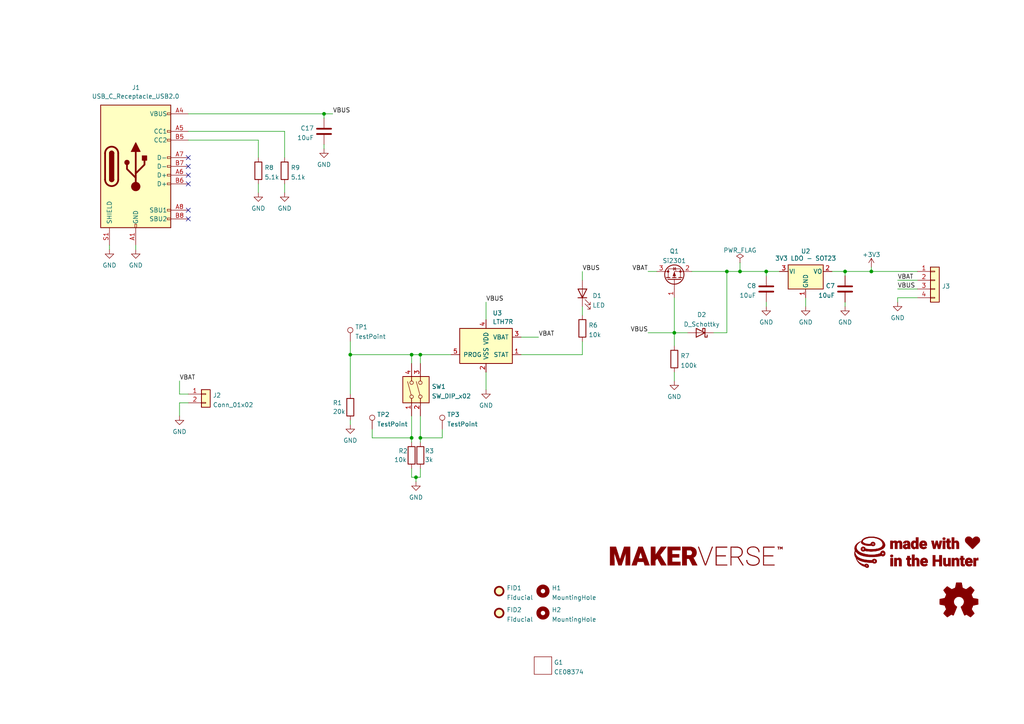
<source format=kicad_sch>
(kicad_sch (version 20211123) (generator eeschema)
  (paper "A4")
  (title_block (title "Makerverse USB-C LiPo Charger") (date "2022-05-05") (comment 1 "Designed at Core Electronics by Brenton Schulz") (comment 2 "Makerverse and the makerverse logo are trademarks of Core Electronics Pty Ltd.") (comment 3 "License: CCASAv4.0 https://creativecommons.org/licenses/by-sa/4.0/"))
  (lib_symbols
    (symbol "Battery_Management:MCP73832-2-OT" (pin_names (offset 1.016))
      (property "Reference" "U" (at -7.62 6.35 0))
      (property "Value" "MCP73832-2-OT" (at 1.27 6.35 0))
      (symbol "MCP73832-2-OT_1_1"
        (pin output line (at 10.16 -2.54 180) (length 2.54) (name "STAT") (number "1"))
        (pin power_in line (at 0 -7.62 90) (length 2.54) (name "VSS") (number "2"))
        (pin power_out line (at 10.16 2.54 180) (length 2.54) (name "VBAT") (number "3"))
        (pin power_in line (at 0 7.62 270) (length 2.54) (name "VDD") (number "4"))
        (pin input line (at -10.16 -2.54 0) (length 2.54) (name "PROG") (number "5"))
      )
    )
    (symbol "Connector:TestPoint" (pin_numbers hide) (pin_names (offset 0.762) hide)
      (property "Reference" "TP" (at 0 6.858 0))
      (property "Value" "TestPoint" (at 0 5.08 0))
      (symbol "TestPoint_1_1"
        (pin passive line (at 0 0 90) (length 2.54) (name "1") (number "1"))
      )
    )
    (symbol "Connector:USB_C_Receptacle_USB2.0" (pin_names (offset 1.016))
      (property "Reference" "J1" (at 10.922 0.9085 0))
      (property "Value" "USB_C_Receptacle_USB2.0" (at 10.922 -1.8666 0))
      (symbol "USB_C_Receptacle_USB2.0_1_1"
        (pin passive line (at 0 -22.86 90) (length 5.08) (name "GND") (number "A1"))
        (pin power_out line (at 0 -22.86 90) (length 5.08) hide (name "GND") (number "A12"))
        (pin power_out line (at 15.24 15.24 180) (length 5.08) (name "VBUS") (number "A4"))
        (pin bidirectional line (at 15.24 10.16 180) (length 5.08) (name "CC1") (number "A5"))
        (pin bidirectional line (at 15.24 -2.54 180) (length 5.08) (name "D+") (number "A6"))
        (pin bidirectional line (at 15.24 2.54 180) (length 5.08) (name "D-") (number "A7"))
        (pin bidirectional line (at 15.24 -12.7 180) (length 5.08) (name "SBU1") (number "A8"))
        (pin passive line (at 15.24 15.24 180) (length 5.08) hide (name "VBUS") (number "A9"))
        (pin passive line (at 0 -22.86 90) (length 5.08) hide (name "GND") (number "B1"))
        (pin passive line (at 0 -22.86 90) (length 5.08) hide (name "GND") (number "B12"))
        (pin passive line (at 15.24 15.24 180) (length 5.08) hide (name "VBUS") (number "B4"))
        (pin bidirectional line (at 15.24 7.62 180) (length 5.08) (name "CC2") (number "B5"))
        (pin bidirectional line (at 15.24 -5.08 180) (length 5.08) (name "D+") (number "B6"))
        (pin bidirectional line (at 15.24 0 180) (length 5.08) (name "D-") (number "B7"))
        (pin bidirectional line (at 15.24 -15.24 180) (length 5.08) (name "SBU2") (number "B8"))
        (pin passive line (at 15.24 15.24 180) (length 5.08) hide (name "VBUS") (number "B9"))
        (pin passive line (at -7.62 -22.86 90) (length 5.08) (name "SHIELD") (number "S1"))
      )
    )
    (symbol "Connector_Generic:Conn_01x02" (pin_names (offset 1.016) hide)
      (property "Reference" "J" (at 0 2.54 0))
      (property "Value" "Conn_01x02" (at 0 -5.08 0))
      (symbol "Conn_01x02_1_1"
        (pin passive line (at -5.08 0 0) (length 3.81) (name "Pin_1") (number "1"))
        (pin passive line (at -5.08 -2.54 0) (length 3.81) (name "Pin_2") (number "2"))
      )
    )
    (symbol "Connector_Generic:Conn_01x04" (pin_names (offset 1.016) hide)
      (property "Reference" "J3" (at 2.032 -0.3615 0))
      (property "Value" "Conn_01x04" (at 2.032 -3.1366 0))
      (symbol "Conn_01x04_1_1"
        (pin passive line (at -5.08 2.54 0) (length 3.81) (name "Pin_1") (number "1"))
        (pin passive line (at -5.08 0 0) (length 3.81) (name "Pin_2") (number "2"))
        (pin passive line (at -5.08 -2.54 0) (length 3.81) (name "Pin_3") (number "3"))
        (pin passive line (at -5.08 -5.08 0) (length 3.81) (name "Pin_4") (number "4"))
      )
    )
    (symbol "CoreElectronics_Artwork:LOGO_CoreElectronics_made-with-love" (pin_names (offset 1.016)))
    (symbol "CoreElectronics_Artwork:LOGO_Makerverse" (pin_names (offset 1.016)))
    (symbol "CoreElectronics_Artwork:Label_PCB_Art" (pin_names (offset 1.016))
      (property "Reference" "G" (at 0 0 0))
      (property "Value" "Label_PCB_Art" (at 0 0 0))
    )
    (symbol "Device:C" (pin_numbers hide) (pin_names (offset 0.254))
      (property "Reference" "C" (at 0.635 2.54 0))
      (property "Value" "C" (at 0.635 -2.54 0))
      (symbol "C_1_1"
        (pin passive line (at 0 3.81 270) (length 2.794) (name "~") (number "1"))
        (pin passive line (at 0 -3.81 90) (length 2.794) (name "~") (number "2"))
      )
    )
    (symbol "Device:D_Schottky" (pin_numbers hide) (pin_names (offset 1.016) hide)
      (property "Reference" "D" (at 0 2.54 0))
      (property "Value" "D_Schottky" (at 0 -2.54 0))
      (symbol "D_Schottky_1_1"
        (pin passive line (at -3.81 0 0) (length 2.54) (name "K") (number "1"))
        (pin passive line (at 3.81 0 180) (length 2.54) (name "A") (number "2"))
      )
    )
    (symbol "Device:LED" (pin_numbers hide) (pin_names (offset 1.016) hide)
      (property "Reference" "D" (at 0 2.54 0))
      (property "Value" "LED" (at 0 -2.54 0))
      (symbol "LED_1_1"
        (pin passive line (at -3.81 0 0) (length 2.54) (name "K") (number "1"))
        (pin passive line (at 3.81 0 180) (length 2.54) (name "A") (number "2"))
      )
    )
    (symbol "Device:Q_PMOS_GSD" (pin_names (offset 0) hide)
      (property "Reference" "Q" (at 5.08 1.27 0))
      (property "Value" "Q_PMOS_GSD" (at 5.08 -1.27 0))
      (symbol "Q_PMOS_GSD_1_1"
        (pin input line (at -5.08 0 0) (length 2.54) (name "G") (number "1"))
        (pin passive line (at 2.54 -5.08 90) (length 2.54) (name "S") (number "2"))
        (pin passive line (at 2.54 5.08 270) (length 2.54) (name "D") (number "3"))
      )
    )
    (symbol "Device:R" (pin_numbers hide) (pin_names (offset 0))
      (property "Reference" "R" (at 2.032 0 90))
      (property "Value" "R" (at 0 0 90))
      (symbol "R_1_1"
        (pin passive line (at 0 3.81 270) (length 1.27) (name "~") (number "1"))
        (pin passive line (at 0 -3.81 90) (length 1.27) (name "~") (number "2"))
      )
    )
    (symbol "Graphic:Logo_Open_Hardware_Small" (pin_names (offset 1.016)))
    (symbol "Mechanical:Fiducial"
      (property "Reference" "FID" (at 0 5.08 0))
      (property "Value" "Fiducial" (at 0 3.175 0))
    )
    (symbol "Mechanical:MountingHole" (pin_names (offset 1.016))
      (property "Reference" "H" (at 0 5.08 0))
      (property "Value" "MountingHole" (at 0 3.175 0))
    )
    (symbol "Regulator_Linear:AMS1117-3.3" (pin_names (offset 0.254))
      (property "Reference" "U2" (at 0 5.8715 0))
      (property "Value" "6210" (at 0 3.0964 0))
      (symbol "AMS1117-3.3_1_1"
        (pin power_in line (at 0 -7.62 90) (length 2.54) (name "GND") (number "1"))
        (pin power_out line (at 7.62 0 180) (length 2.54) (name "VO") (number "2"))
        (pin power_in line (at -7.62 0 0) (length 2.54) (name "VI") (number "3"))
      )
    )
    (symbol "Switch:SW_DIP_x02" (pin_names (offset 0) hide)
      (property "Reference" "SW" (at 0 6.35 0))
      (property "Value" "SW_DIP_x02" (at 0 -3.81 0))
      (symbol "SW_DIP_x02_1_1"
        (pin passive line (at -7.62 2.54 0) (length 5.08) (name "~") (number "1"))
        (pin passive line (at -7.62 0 0) (length 5.08) (name "~") (number "2"))
        (pin passive line (at 7.62 0 180) (length 5.08) (name "~") (number "3"))
        (pin passive line (at 7.62 2.54 180) (length 5.08) (name "~") (number "4"))
      )
    )
    (symbol "power:+3.3V" (power) (pin_names (offset 0))
      (property "Value" "+3.3V" (at 0 3.556 0))
      (symbol "+3.3V_1_1"
        (pin power_in line (at 0 0 90) (length 0) hide (name "+3V3") (number "1"))
      )
    )
    (symbol "power:GND" (power) (pin_names (offset 0))
      (property "Value" "GND" (at 0 -3.81 0))
      (symbol "GND_1_1"
        (pin power_in line (at 0 0 270) (length 0) hide (name "GND") (number "1"))
      )
    )
    (symbol "power:PWR_FLAG" (power) (pin_numbers hide) (pin_names (offset 0) hide)
      (property "Value" "PWR_FLAG" (at 0 3.81 0))
      (symbol "PWR_FLAG_0_0"
        (pin power_out line (at 0 0 90) (length 0) (name "pwr") (number "1"))
      )
    )
  )
  (junction (at 222.25 78.74))
  (junction (at 214.63 78.74))
  (junction (at 121.92 102.87))
  (junction (at 121.92 127))
  (junction (at 93.98 33.02))
  (junction (at 252.73 78.74))
  (junction (at 195.58 96.52))
  (junction (at 120.65 138.43))
  (junction (at 101.6 102.87))
  (junction (at 210.82 78.74))
  (junction (at 245.11 78.74))
  (junction (at 119.38 127))
  (junction (at 119.38 102.87))
  (no_connect (at 54.61 50.8))
  (no_connect (at 54.61 45.72))
  (no_connect (at 54.61 48.26))
  (no_connect (at 54.61 63.5))
  (no_connect (at 54.61 53.34))
  (no_connect (at 54.61 60.96))
  (wire (pts (xy 222.25 78.74) (xy 222.25 80.01)))
  (wire (pts (xy 107.95 124.46) (xy 107.95 127)))
  (wire (pts (xy 121.92 127) (xy 121.92 128.27)))
  (wire (pts (xy 101.6 102.87) (xy 119.38 102.87)))
  (wire (pts (xy 207.01 96.52) (xy 210.82 96.52)))
  (wire (pts (xy 82.55 38.1) (xy 82.55 45.72)))
  (wire (pts (xy 187.96 96.52) (xy 195.58 96.52)))
  (wire (pts (xy 210.82 78.74) (xy 214.63 78.74)))
  (wire (pts (xy 226.06 78.74) (xy 222.25 78.74)))
  (wire (pts (xy 200.66 78.74) (xy 210.82 78.74)))
  (wire (pts (xy 74.93 53.34) (xy 74.93 55.88)))
  (wire (pts (xy 119.38 127) (xy 119.38 128.27)))
  (wire (pts (xy 168.91 99.06) (xy 168.91 102.87)))
  (wire (pts (xy 121.92 120.65) (xy 121.92 127)))
  (wire (pts (xy 119.38 138.43) (xy 120.65 138.43)))
  (wire (pts (xy 168.91 78.74) (xy 168.91 81.28)))
  (wire (pts (xy 195.58 96.52) (xy 195.58 100.33)))
  (wire (pts (xy 121.92 102.87) (xy 121.92 105.41)))
  (wire (pts (xy 52.07 120.65) (xy 52.07 116.84)))
  (wire (pts (xy 52.07 116.84) (xy 54.61 116.84)))
  (wire (pts (xy 151.13 102.87) (xy 168.91 102.87)))
  (wire (pts (xy 54.61 33.02) (xy 93.98 33.02)))
  (wire (pts (xy 245.11 78.74) (xy 252.73 78.74)))
  (wire (pts (xy 74.93 40.64) (xy 74.93 45.72)))
  (wire (pts (xy 245.11 78.74) (xy 245.11 80.01)))
  (wire (pts (xy 52.07 110.49) (xy 52.07 114.3)))
  (wire (pts (xy 101.6 121.92) (xy 101.6 123.19)))
  (wire (pts (xy 260.35 83.82) (xy 266.065 83.82)))
  (wire (pts (xy 245.11 78.74) (xy 241.3 78.74)))
  (wire (pts (xy 101.6 99.06) (xy 101.6 102.87)))
  (wire (pts (xy 195.58 107.95) (xy 195.58 110.49)))
  (wire (pts (xy 252.73 78.74) (xy 266.065 78.74)))
  (wire (pts (xy 121.92 135.89) (xy 121.92 138.43)))
  (wire (pts (xy 54.61 40.64) (xy 74.93 40.64)))
  (wire (pts (xy 222.25 87.63) (xy 222.25 88.9)))
  (wire (pts (xy 54.61 38.1) (xy 82.55 38.1)))
  (wire (pts (xy 120.65 138.43) (xy 121.92 138.43)))
  (wire (pts (xy 151.13 97.79) (xy 156.21 97.79)))
  (wire (pts (xy 140.97 87.63) (xy 140.97 92.71)))
  (wire (pts (xy 266.065 81.28) (xy 260.35 81.28)))
  (wire (pts (xy 119.38 102.87) (xy 119.38 105.41)))
  (wire (pts (xy 93.98 33.02) (xy 93.98 34.29)))
  (wire (pts (xy 39.37 71.12) (xy 39.37 72.39)))
  (wire (pts (xy 120.65 138.43) (xy 120.65 139.7)))
  (wire (pts (xy 260.35 86.36) (xy 266.065 86.36)))
  (wire (pts (xy 128.27 124.46) (xy 128.27 127)))
  (wire (pts (xy 119.38 135.89) (xy 119.38 138.43)))
  (wire (pts (xy 101.6 114.3) (xy 101.6 102.87)))
  (wire (pts (xy 128.27 127) (xy 121.92 127)))
  (wire (pts (xy 119.38 102.87) (xy 121.92 102.87)))
  (wire (pts (xy 233.68 86.36) (xy 233.68 88.9)))
  (wire (pts (xy 82.55 53.34) (xy 82.55 55.88)))
  (wire (pts (xy 119.38 120.65) (xy 119.38 127)))
  (wire (pts (xy 214.63 76.2) (xy 214.63 78.74)))
  (wire (pts (xy 31.75 71.12) (xy 31.75 72.39)))
  (wire (pts (xy 140.97 107.95) (xy 140.97 113.03)))
  (wire (pts (xy 214.63 78.74) (xy 222.25 78.74)))
  (wire (pts (xy 121.92 102.87) (xy 130.81 102.87)))
  (wire (pts (xy 210.82 78.74) (xy 210.82 96.52)))
  (wire (pts (xy 245.11 87.63) (xy 245.11 88.9)))
  (wire (pts (xy 107.95 127) (xy 119.38 127)))
  (wire (pts (xy 260.35 87.63) (xy 260.35 86.36)))
  (wire (pts (xy 195.58 96.52) (xy 199.39 96.52)))
  (wire (pts (xy 252.73 78.74) (xy 252.73 77.47)))
  (wire (pts (xy 187.96 78.74) (xy 190.5 78.74)))
  (wire (pts (xy 93.98 43.18) (xy 93.98 41.91)))
  (wire (pts (xy 93.98 33.02) (xy 96.52 33.02)))
  (wire (pts (xy 168.91 88.9) (xy 168.91 91.44)))
  (wire (pts (xy 52.07 114.3) (xy 54.61 114.3)))
  (wire (pts (xy 195.58 86.36) (xy 195.58 96.52)))
  (label "VBAT" (at 52.07 110.49 0))
  (label "VBAT" (at 260.35 81.28 0))
  (label "VBUS" (at 260.35 83.82 0))
  (label "VBUS" (at 168.91 78.74 0))
  (label "VBUS" (at 187.96 96.52 180))
  (label "VBUS" (at 140.97 87.63 0))
  (label "VBAT" (at 187.96 78.74 180))
  (label "VBUS" (at 96.52 33.02 0))
  (label "VBAT" (at 156.21 97.79 0))
  (symbol (lib_id "CoreElectronics_Artwork:LOGO_CoreElectronics_made-with-love") (at 266.7 160.02 0) (unit 1)
    (property "Reference" "#G2" (effects hide))
    (property "Value" "LOGO_CoreElectronics_made-with-love" (effects hide))
  )
  (symbol (lib_id "Connector:TestPoint") (at 101.6 99.06 0) (unit 1)
    (property "Reference" "TP1" (at 102.997 94.8495 0) (effects (justify left)))
    (property "Value" "TestPoint" (at 102.997 97.6246 0) (effects (justify left)))
    (property "Footprint" "TestPoint:TestPoint_Pad_D1.5mm" (effects hide))
  )
  (symbol (lib_id "Device:R") (at 195.58 104.14 0) (unit 1)
    (property "Reference" "R7" (at 197.358 103.2315 0) (effects (justify left)))
    (property "Value" "100k" (at 197.358 106.0066 0) (effects (justify left)))
    (property "Footprint" "Resistor_SMD:R_0402_1005Metric" (effects hide))
  )
  (symbol (lib_id "power:GND") (at 31.75 72.39 0) (mirror y) (unit 1)
    (property "Reference" "#PWR0113" (effects hide))
    (property "Value" "GND" (at 31.75 76.9525 0))
  )
  (symbol (lib_id "Battery_Management:MCP73832-2-OT") (at 140.97 100.33 0) (unit 1)
    (property "Reference" "U3" (at 142.875 90.805 0) (effects (justify left)))
    (property "Value" "LTH7R" (at 142.875 93.345 0) (effects (justify left)))
    (property "Footprint" "Package_TO_SOT_SMD:SOT-23-5" (effects hide))
    (property "Datasheet" "http://ww1.microchip.com/downloads/en/DeviceDoc/20001984g.pdf" (effects hide))
  )
  (symbol (lib_id "CoreElectronics_Artwork:Label_PCB_Art") (at 157.48 193.04 0) (unit 1)
    (property "Reference" "G1" (at 160.655 192.1315 0) (effects (justify left)))
    (property "Value" "CE08374" (at 160.655 194.9066 0) (effects (justify left)))
    (property "Footprint" "lib:CE08374" (effects hide))
  )
  (symbol (lib_id "power:GND") (at 101.6 123.19 0) (mirror y) (unit 1)
    (property "Reference" "#PWR0102" (effects hide))
    (property "Value" "GND" (at 101.6 127.7525 0))
  )
  (symbol (lib_id "Graphic:Logo_Open_Hardware_Small") (at 278.13 174.625 0) (unit 1)
    (property "Reference" "LOGO1" (effects hide))
    (property "Value" "Logo_Open_Hardware_Small" (effects hide))
    (property "Footprint" "CoreElectronics_Artwork:oshw_3.9x3.5mm" (effects hide))
  )
  (symbol (lib_id "Device:R") (at 168.91 95.25 0) (unit 1)
    (property "Reference" "R6" (at 170.688 94.3415 0) (effects (justify left)))
    (property "Value" "10k" (at 170.688 97.1166 0) (effects (justify left)))
    (property "Footprint" "Resistor_SMD:R_0402_1005Metric" (effects hide))
  )
  (symbol (lib_id "power:GND") (at 195.58 110.49 0) (mirror y) (unit 1)
    (property "Reference" "#PWR0127" (effects hide))
    (property "Value" "GND" (at 195.58 115.0525 0))
  )
  (symbol (lib_id "Mechanical:Fiducial") (at 144.78 171.45 0) (unit 1)
    (property "Reference" "FID1" (at 146.939 170.5415 0) (effects (justify left)))
    (property "Value" "Fiducial" (at 146.939 173.3166 0) (effects (justify left)))
    (property "Footprint" "Fiducial:Fiducial_1mm_Mask2mm" (effects hide))
  )
  (symbol (lib_id "Device:C") (at 93.98 38.1 0) (mirror y) (unit 1)
    (property "Reference" "C17" (at 91.059 37.1915 0) (effects (justify left)))
    (property "Value" "10uF" (at 91.059 39.9666 0) (effects (justify left)))
    (property "Footprint" "Capacitor_SMD:C_0603_1608Metric" (effects hide))
  )
  (symbol (lib_id "power:GND") (at 52.07 120.65 0) (mirror y) (unit 1)
    (property "Reference" "#PWR0128" (effects hide))
    (property "Value" "GND" (at 52.07 125.2125 0))
  )
  (symbol (lib_id "Device:R") (at 82.55 49.53 0) (unit 1)
    (property "Reference" "R9" (at 84.328 48.6215 0) (effects (justify left)))
    (property "Value" "5.1k" (at 84.328 51.3966 0) (effects (justify left)))
    (property "Footprint" "Resistor_SMD:R_0402_1005Metric" (effects hide))
  )
  (symbol (lib_id "CoreElectronics_Artwork:LOGO_Makerverse") (at 201.93 161.29 0) (unit 1)
    (property "Reference" "G2" (effects hide))
    (property "Value" "LOGO_Makerverse" (effects hide))
    (property "Footprint" "CoreElectronics_Artwork:makerverse_logo_short_14.0x2.4mm" (effects hide))
  )
  (symbol (lib_id "Device:R") (at 101.6 118.11 0) (unit 1)
    (property "Reference" "R1" (at 96.52 116.84 0) (effects (justify left)))
    (property "Value" "20k" (at 96.52 119.38 0) (effects (justify left)))
    (property "Footprint" "Resistor_SMD:R_0402_1005Metric" (effects hide))
  )
  (symbol (lib_id "power:+3.3V") (at 252.73 77.47 0) (mirror y) (unit 1)
    (property "Reference" "#PWR0107" (effects hide))
    (property "Value" "+3.3V" (at 252.73 73.8655 0))
  )
  (symbol (lib_id "power:GND") (at 233.68 88.9 0) (mirror y) (unit 1)
    (property "Reference" "#PWR0105" (effects hide))
    (property "Value" "GND" (at 233.68 93.4625 0))
  )
  (symbol (lib_id "power:PWR_FLAG") (at 214.63 76.2 0) (unit 1)
    (property "Reference" "#FLG0101" (effects hide))
    (property "Value" "PWR_FLAG" (at 214.63 72.5955 0))
  )
  (symbol (lib_id "Connector:USB_C_Receptacle_USB2.0") (at 39.37 48.26 0) (unit 1)
    (property "Reference" "J1" (at 40.64 25.4 0) (effects (justify right)))
    (property "Value" "USB_C_Receptacle_USB2.0" (at 52.07 27.94 0) (effects (justify right)))
    (property "Footprint" "Connector_USB:USB_C_Receptacle_HRO_TYPE-C-31-M-12" (effects hide))
    (property "Datasheet" "https://www.usb.org/sites/default/files/documents/usb_type-c.zip" (effects hide))
  )
  (symbol (lib_id "Device:LED") (at 168.91 85.09 90) (unit 1)
    (property "Reference" "D1" (at 171.831 85.769 90) (effects (justify right)))
    (property "Value" "LED" (at 171.831 88.5441 90) (effects (justify right)))
    (property "Footprint" "LED_SMD:LED_0603_1608Metric" (effects hide))
  )
  (symbol (lib_id "Connector_Generic:Conn_01x02") (at 59.69 114.3 0) (unit 1)
    (property "Reference" "J2" (at 61.722 114.6615 0) (effects (justify left)))
    (property "Value" "Conn_01x02" (at 61.722 117.4366 0) (effects (justify left)))
    (property "Footprint" "Connector_JST:JST_PH_S2B-PH-SM4-TB_1x02-1MP_P2.00mm_Horizontal" (effects hide))
  )
  (symbol (lib_id "Device:R") (at 121.92 132.08 0) (unit 1)
    (property "Reference" "R3" (at 123.19 130.81 0) (effects (justify left)))
    (property "Value" "3k" (at 123.19 133.35 0) (effects (justify left)))
    (property "Footprint" "Resistor_SMD:R_0402_1005Metric" (effects hide))
  )
  (symbol (lib_id "Regulator_Linear:AMS1117-3.3") (at 233.68 78.74 0) (unit 1)
    (property "Reference" "U2" (at 233.68 72.8685 0))
    (property "Value" "3V3 LDO - SOT23" (at 233.68 74.93 0))
    (property "Footprint" "Package_TO_SOT_SMD:SOT-23" (effects hide))
  )
  (symbol (lib_id "power:GND") (at 93.98 43.18 0) (mirror y) (unit 1)
    (property "Reference" "#PWR0124" (effects hide))
    (property "Value" "GND" (at 93.98 47.7425 0))
  )
  (symbol (lib_id "Mechanical:MountingHole") (at 157.48 171.45 0) (unit 1)
    (property "Reference" "H1" (at 160.02 170.5415 0) (effects (justify left)))
    (property "Value" "MountingHole" (at 160.02 173.3166 0) (effects (justify left)))
    (property "Footprint" "MountingHole:MountingHole_3.2mm_M3" (effects hide))
  )
  (symbol (lib_id "power:GND") (at 120.65 139.7 0) (mirror y) (unit 1)
    (property "Reference" "#PWR0103" (effects hide))
    (property "Value" "GND" (at 120.65 144.2625 0))
  )
  (symbol (lib_id "Device:Q_PMOS_GSD") (at 195.58 81.28 90) (unit 1)
    (property "Reference" "Q1" (at 195.58 72.8685 90))
    (property "Value" "Si2301" (at 195.58 75.6436 90))
    (property "Footprint" "Package_TO_SOT_SMD:SOT-23" (effects hide))
  )
  (symbol (lib_id "power:GND") (at 74.93 55.88 0) (mirror y) (unit 1)
    (property "Reference" "#PWR0131" (effects hide))
    (property "Value" "GND" (at 74.93 60.4425 0))
  )
  (symbol (lib_id "Device:C") (at 245.11 83.82 0) (mirror y) (unit 1)
    (property "Reference" "C7" (at 242.189 82.9115 0) (effects (justify left)))
    (property "Value" "10uF" (at 242.189 85.6866 0) (effects (justify left)))
    (property "Footprint" "Capacitor_SMD:C_0603_1608Metric" (effects hide))
  )
  (symbol (lib_id "power:GND") (at 222.25 88.9 0) (mirror y) (unit 1)
    (property "Reference" "#PWR0104" (effects hide))
    (property "Value" "GND" (at 222.25 93.4625 0))
  )
  (symbol (lib_id "Mechanical:MountingHole") (at 157.48 177.8 0) (unit 1)
    (property "Reference" "H2" (at 160.02 176.8915 0) (effects (justify left)))
    (property "Value" "MountingHole" (at 160.02 179.6666 0) (effects (justify left)))
    (property "Footprint" "MountingHole:MountingHole_3.2mm_M3" (effects hide))
  )
  (symbol (lib_id "Device:R") (at 74.93 49.53 0) (unit 1)
    (property "Reference" "R8" (at 76.708 48.6215 0) (effects (justify left)))
    (property "Value" "5.1k" (at 76.708 51.3966 0) (effects (justify left)))
    (property "Footprint" "Resistor_SMD:R_0402_1005Metric" (effects hide))
  )
  (symbol (lib_id "Connector:TestPoint") (at 107.95 124.46 0) (unit 1)
    (property "Reference" "TP2" (at 109.347 120.2495 0) (effects (justify left)))
    (property "Value" "TestPoint" (at 109.347 123.0246 0) (effects (justify left)))
    (property "Footprint" "TestPoint:TestPoint_Pad_D1.5mm" (effects hide))
  )
  (symbol (lib_id "power:GND") (at 245.11 88.9 0) (mirror y) (unit 1)
    (property "Reference" "#PWR0106" (effects hide))
    (property "Value" "GND" (at 245.11 93.4625 0))
  )
  (symbol (lib_id "power:GND") (at 39.37 72.39 0) (mirror y) (unit 1)
    (property "Reference" "#PWR0108" (effects hide))
    (property "Value" "GND" (at 39.37 76.9525 0))
  )
  (symbol (lib_id "Mechanical:Fiducial") (at 144.78 177.8 0) (unit 1)
    (property "Reference" "FID2" (at 146.939 176.8915 0) (effects (justify left)))
    (property "Value" "Fiducial" (at 146.939 179.6666 0) (effects (justify left)))
    (property "Footprint" "Fiducial:Fiducial_1mm_Mask2mm" (effects hide))
  )
  (symbol (lib_id "power:GND") (at 260.35 87.63 0) (mirror y) (unit 1)
    (property "Reference" "#PWR0101" (effects hide))
    (property "Value" "GND" (at 260.35 92.1925 0))
  )
  (symbol (lib_id "power:GND") (at 82.55 55.88 0) (mirror y) (unit 1)
    (property "Reference" "#PWR0132" (effects hide))
    (property "Value" "GND" (at 82.55 60.4425 0))
  )
  (symbol (lib_id "Device:C") (at 222.25 83.82 0) (mirror y) (unit 1)
    (property "Reference" "C8" (at 219.329 82.9115 0) (effects (justify left)))
    (property "Value" "10uF" (at 219.329 85.6866 0) (effects (justify left)))
    (property "Footprint" "Capacitor_SMD:C_0603_1608Metric" (effects hide))
  )
  (symbol (lib_id "Switch:SW_DIP_x02") (at 121.92 113.03 90) (unit 1)
    (property "Reference" "SW1" (at 125.222 112.1215 90) (effects (justify right)))
    (property "Value" "SW_DIP_x02" (at 125.222 114.8966 90) (effects (justify right)))
    (property "Footprint" "Button_Switch_SMD:SW_DIP_SPSTx02_Slide_Copal_CHS-02A_W5.08mm_P1.27mm_JPin" (effects hide))
  )
  (symbol (lib_id "power:GND") (at 140.97 113.03 0) (mirror y) (unit 1)
    (property "Reference" "#PWR0126" (effects hide))
    (property "Value" "GND" (at 140.97 117.5925 0))
  )
  (symbol (lib_id "Device:D_Schottky") (at 203.2 96.52 180) (unit 1)
    (property "Reference" "D2" (at 203.5175 91.2835 0))
    (property "Value" "D_Schottky" (at 203.5175 94.0586 0))
    (property "Footprint" "Diode_SMD:D_SMA" (effects hide))
  )
  (symbol (lib_id "Device:R") (at 119.38 132.08 0) (unit 1)
    (property "Reference" "R2" (at 115.57 130.81 0) (effects (justify left)))
    (property "Value" "10k" (at 114.3 133.35 0) (effects (justify left)))
    (property "Footprint" "Resistor_SMD:R_0402_1005Metric" (effects hide))
  )
  (symbol (lib_id "Connector:TestPoint") (at 128.27 124.46 0) (unit 1)
    (property "Reference" "TP3" (at 129.667 120.2495 0) (effects (justify left)))
    (property "Value" "TestPoint" (at 129.667 123.0246 0) (effects (justify left)))
    (property "Footprint" "TestPoint:TestPoint_Pad_D1.5mm" (effects hide))
  )
  (symbol (lib_id "Connector_Generic:Conn_01x04") (at 271.145 81.28 0) (unit 1)
    (property "Reference" "J3" (at 273.177 83.029 0) (effects (justify left)))
    (property "Value" "Conn_01x04" (effects hide))
    (property "Footprint" "Connector_PinHeader_2.54mm:PinHeader_1x04_P2.54mm_Vertical" (effects hide))
  )
)
</source>
